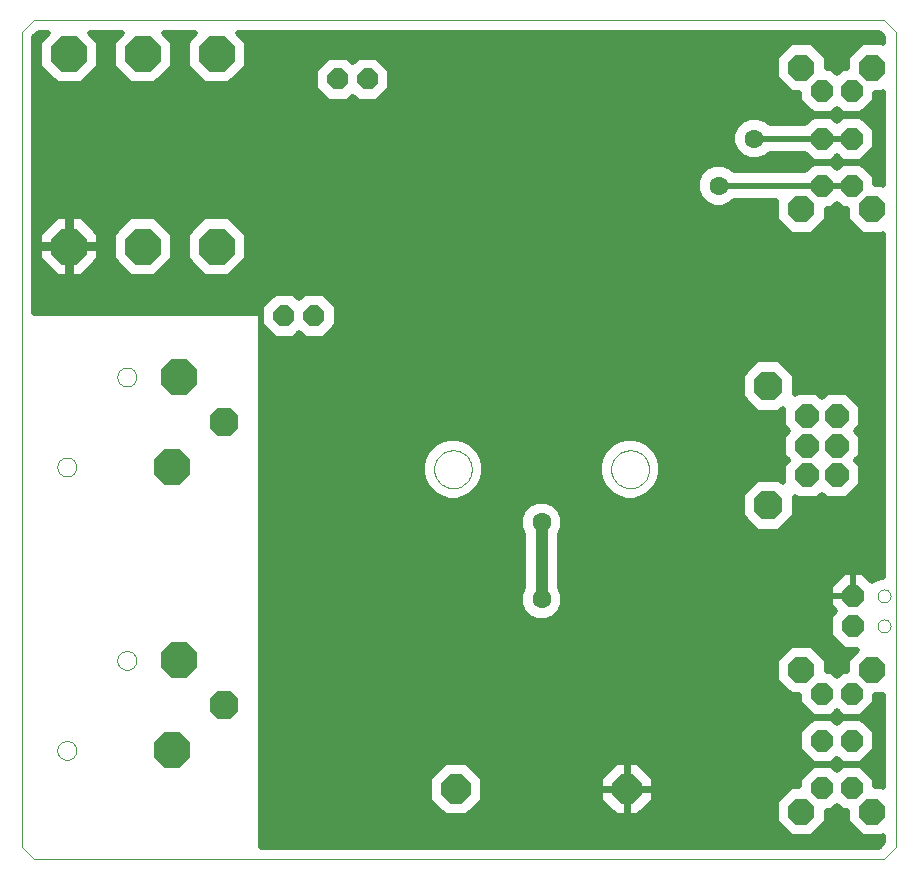
<source format=gtl>
G75*
G70*
%OFA0B0*%
%FSLAX24Y24*%
%IPPOS*%
%LPD*%
%AMOC8*
5,1,8,0,0,1.08239X$1,22.5*
%
%ADD10C,0.0000*%
%ADD11OC8,0.1181*%
%ADD12OC8,0.0945*%
%ADD13OC8,0.0984*%
%ADD14OC8,0.0787*%
%ADD15OC8,0.0709*%
%ADD16OC8,0.0866*%
%ADD17OC8,0.0748*%
%ADD18OC8,0.0700*%
%ADD19C,0.0197*%
%ADD20C,0.0630*%
%ADD21C,0.0315*%
%ADD22C,0.0394*%
D10*
X003683Y003275D02*
X004076Y002881D01*
X032423Y002881D01*
X032817Y003275D01*
X032817Y030441D01*
X032423Y030834D01*
X004076Y030834D01*
X003683Y030441D01*
X003683Y003275D01*
X004868Y006500D02*
X004870Y006535D01*
X004876Y006570D01*
X004886Y006604D01*
X004899Y006637D01*
X004916Y006668D01*
X004937Y006696D01*
X004960Y006723D01*
X004987Y006746D01*
X005015Y006767D01*
X005046Y006784D01*
X005079Y006797D01*
X005113Y006807D01*
X005148Y006813D01*
X005183Y006815D01*
X005218Y006813D01*
X005253Y006807D01*
X005287Y006797D01*
X005320Y006784D01*
X005351Y006767D01*
X005379Y006746D01*
X005406Y006723D01*
X005429Y006696D01*
X005450Y006668D01*
X005467Y006637D01*
X005480Y006604D01*
X005490Y006570D01*
X005496Y006535D01*
X005498Y006500D01*
X005496Y006465D01*
X005490Y006430D01*
X005480Y006396D01*
X005467Y006363D01*
X005450Y006332D01*
X005429Y006304D01*
X005406Y006277D01*
X005379Y006254D01*
X005351Y006233D01*
X005320Y006216D01*
X005287Y006203D01*
X005253Y006193D01*
X005218Y006187D01*
X005183Y006185D01*
X005148Y006187D01*
X005113Y006193D01*
X005079Y006203D01*
X005046Y006216D01*
X005015Y006233D01*
X004987Y006254D01*
X004960Y006277D01*
X004937Y006304D01*
X004916Y006332D01*
X004899Y006363D01*
X004886Y006396D01*
X004876Y006430D01*
X004870Y006465D01*
X004868Y006500D01*
X006868Y009500D02*
X006870Y009535D01*
X006876Y009570D01*
X006886Y009604D01*
X006899Y009637D01*
X006916Y009668D01*
X006937Y009696D01*
X006960Y009723D01*
X006987Y009746D01*
X007015Y009767D01*
X007046Y009784D01*
X007079Y009797D01*
X007113Y009807D01*
X007148Y009813D01*
X007183Y009815D01*
X007218Y009813D01*
X007253Y009807D01*
X007287Y009797D01*
X007320Y009784D01*
X007351Y009767D01*
X007379Y009746D01*
X007406Y009723D01*
X007429Y009696D01*
X007450Y009668D01*
X007467Y009637D01*
X007480Y009604D01*
X007490Y009570D01*
X007496Y009535D01*
X007498Y009500D01*
X007496Y009465D01*
X007490Y009430D01*
X007480Y009396D01*
X007467Y009363D01*
X007450Y009332D01*
X007429Y009304D01*
X007406Y009277D01*
X007379Y009254D01*
X007351Y009233D01*
X007320Y009216D01*
X007287Y009203D01*
X007253Y009193D01*
X007218Y009187D01*
X007183Y009185D01*
X007148Y009187D01*
X007113Y009193D01*
X007079Y009203D01*
X007046Y009216D01*
X007015Y009233D01*
X006987Y009254D01*
X006960Y009277D01*
X006937Y009304D01*
X006916Y009332D01*
X006899Y009363D01*
X006886Y009396D01*
X006876Y009430D01*
X006870Y009465D01*
X006868Y009500D01*
X004868Y015948D02*
X004870Y015983D01*
X004876Y016018D01*
X004886Y016052D01*
X004899Y016085D01*
X004916Y016116D01*
X004937Y016144D01*
X004960Y016171D01*
X004987Y016194D01*
X005015Y016215D01*
X005046Y016232D01*
X005079Y016245D01*
X005113Y016255D01*
X005148Y016261D01*
X005183Y016263D01*
X005218Y016261D01*
X005253Y016255D01*
X005287Y016245D01*
X005320Y016232D01*
X005351Y016215D01*
X005379Y016194D01*
X005406Y016171D01*
X005429Y016144D01*
X005450Y016116D01*
X005467Y016085D01*
X005480Y016052D01*
X005490Y016018D01*
X005496Y015983D01*
X005498Y015948D01*
X005496Y015913D01*
X005490Y015878D01*
X005480Y015844D01*
X005467Y015811D01*
X005450Y015780D01*
X005429Y015752D01*
X005406Y015725D01*
X005379Y015702D01*
X005351Y015681D01*
X005320Y015664D01*
X005287Y015651D01*
X005253Y015641D01*
X005218Y015635D01*
X005183Y015633D01*
X005148Y015635D01*
X005113Y015641D01*
X005079Y015651D01*
X005046Y015664D01*
X005015Y015681D01*
X004987Y015702D01*
X004960Y015725D01*
X004937Y015752D01*
X004916Y015780D01*
X004899Y015811D01*
X004886Y015844D01*
X004876Y015878D01*
X004870Y015913D01*
X004868Y015948D01*
X006868Y018948D02*
X006870Y018983D01*
X006876Y019018D01*
X006886Y019052D01*
X006899Y019085D01*
X006916Y019116D01*
X006937Y019144D01*
X006960Y019171D01*
X006987Y019194D01*
X007015Y019215D01*
X007046Y019232D01*
X007079Y019245D01*
X007113Y019255D01*
X007148Y019261D01*
X007183Y019263D01*
X007218Y019261D01*
X007253Y019255D01*
X007287Y019245D01*
X007320Y019232D01*
X007351Y019215D01*
X007379Y019194D01*
X007406Y019171D01*
X007429Y019144D01*
X007450Y019116D01*
X007467Y019085D01*
X007480Y019052D01*
X007490Y019018D01*
X007496Y018983D01*
X007498Y018948D01*
X007496Y018913D01*
X007490Y018878D01*
X007480Y018844D01*
X007467Y018811D01*
X007450Y018780D01*
X007429Y018752D01*
X007406Y018725D01*
X007379Y018702D01*
X007351Y018681D01*
X007320Y018664D01*
X007287Y018651D01*
X007253Y018641D01*
X007218Y018635D01*
X007183Y018633D01*
X007148Y018635D01*
X007113Y018641D01*
X007079Y018651D01*
X007046Y018664D01*
X007015Y018681D01*
X006987Y018702D01*
X006960Y018725D01*
X006937Y018752D01*
X006916Y018780D01*
X006899Y018811D01*
X006886Y018844D01*
X006876Y018878D01*
X006870Y018913D01*
X006868Y018948D01*
X017423Y015874D02*
X017425Y015924D01*
X017431Y015974D01*
X017441Y016023D01*
X017455Y016071D01*
X017472Y016118D01*
X017493Y016163D01*
X017518Y016207D01*
X017546Y016248D01*
X017578Y016287D01*
X017612Y016324D01*
X017649Y016358D01*
X017689Y016388D01*
X017731Y016415D01*
X017775Y016439D01*
X017821Y016460D01*
X017868Y016476D01*
X017916Y016489D01*
X017966Y016498D01*
X018015Y016503D01*
X018066Y016504D01*
X018116Y016501D01*
X018165Y016494D01*
X018214Y016483D01*
X018262Y016468D01*
X018308Y016450D01*
X018353Y016428D01*
X018396Y016402D01*
X018437Y016373D01*
X018476Y016341D01*
X018512Y016306D01*
X018544Y016268D01*
X018574Y016228D01*
X018601Y016185D01*
X018624Y016141D01*
X018643Y016095D01*
X018659Y016047D01*
X018671Y015998D01*
X018679Y015949D01*
X018683Y015899D01*
X018683Y015849D01*
X018679Y015799D01*
X018671Y015750D01*
X018659Y015701D01*
X018643Y015653D01*
X018624Y015607D01*
X018601Y015563D01*
X018574Y015520D01*
X018544Y015480D01*
X018512Y015442D01*
X018476Y015407D01*
X018437Y015375D01*
X018396Y015346D01*
X018353Y015320D01*
X018308Y015298D01*
X018262Y015280D01*
X018214Y015265D01*
X018165Y015254D01*
X018116Y015247D01*
X018066Y015244D01*
X018015Y015245D01*
X017966Y015250D01*
X017916Y015259D01*
X017868Y015272D01*
X017821Y015288D01*
X017775Y015309D01*
X017731Y015333D01*
X017689Y015360D01*
X017649Y015390D01*
X017612Y015424D01*
X017578Y015461D01*
X017546Y015500D01*
X017518Y015541D01*
X017493Y015585D01*
X017472Y015630D01*
X017455Y015677D01*
X017441Y015725D01*
X017431Y015774D01*
X017425Y015824D01*
X017423Y015874D01*
X023328Y015874D02*
X023330Y015924D01*
X023336Y015974D01*
X023346Y016023D01*
X023360Y016071D01*
X023377Y016118D01*
X023398Y016163D01*
X023423Y016207D01*
X023451Y016248D01*
X023483Y016287D01*
X023517Y016324D01*
X023554Y016358D01*
X023594Y016388D01*
X023636Y016415D01*
X023680Y016439D01*
X023726Y016460D01*
X023773Y016476D01*
X023821Y016489D01*
X023871Y016498D01*
X023920Y016503D01*
X023971Y016504D01*
X024021Y016501D01*
X024070Y016494D01*
X024119Y016483D01*
X024167Y016468D01*
X024213Y016450D01*
X024258Y016428D01*
X024301Y016402D01*
X024342Y016373D01*
X024381Y016341D01*
X024417Y016306D01*
X024449Y016268D01*
X024479Y016228D01*
X024506Y016185D01*
X024529Y016141D01*
X024548Y016095D01*
X024564Y016047D01*
X024576Y015998D01*
X024584Y015949D01*
X024588Y015899D01*
X024588Y015849D01*
X024584Y015799D01*
X024576Y015750D01*
X024564Y015701D01*
X024548Y015653D01*
X024529Y015607D01*
X024506Y015563D01*
X024479Y015520D01*
X024449Y015480D01*
X024417Y015442D01*
X024381Y015407D01*
X024342Y015375D01*
X024301Y015346D01*
X024258Y015320D01*
X024213Y015298D01*
X024167Y015280D01*
X024119Y015265D01*
X024070Y015254D01*
X024021Y015247D01*
X023971Y015244D01*
X023920Y015245D01*
X023871Y015250D01*
X023821Y015259D01*
X023773Y015272D01*
X023726Y015288D01*
X023680Y015309D01*
X023636Y015333D01*
X023594Y015360D01*
X023554Y015390D01*
X023517Y015424D01*
X023483Y015461D01*
X023451Y015500D01*
X023423Y015541D01*
X023398Y015585D01*
X023377Y015630D01*
X023360Y015677D01*
X023346Y015725D01*
X023336Y015774D01*
X023330Y015824D01*
X023328Y015874D01*
X032206Y011649D02*
X032208Y011678D01*
X032214Y011706D01*
X032223Y011734D01*
X032236Y011760D01*
X032253Y011783D01*
X032272Y011805D01*
X032294Y011824D01*
X032319Y011839D01*
X032345Y011852D01*
X032373Y011860D01*
X032401Y011865D01*
X032430Y011866D01*
X032459Y011863D01*
X032487Y011856D01*
X032514Y011846D01*
X032540Y011832D01*
X032563Y011815D01*
X032584Y011795D01*
X032602Y011772D01*
X032617Y011747D01*
X032628Y011720D01*
X032636Y011692D01*
X032640Y011663D01*
X032640Y011635D01*
X032636Y011606D01*
X032628Y011578D01*
X032617Y011551D01*
X032602Y011526D01*
X032584Y011503D01*
X032563Y011483D01*
X032540Y011466D01*
X032514Y011452D01*
X032487Y011442D01*
X032459Y011435D01*
X032430Y011432D01*
X032401Y011433D01*
X032373Y011438D01*
X032345Y011446D01*
X032319Y011459D01*
X032294Y011474D01*
X032272Y011493D01*
X032253Y011515D01*
X032236Y011538D01*
X032223Y011564D01*
X032214Y011592D01*
X032208Y011620D01*
X032206Y011649D01*
X032206Y010649D02*
X032208Y010678D01*
X032214Y010706D01*
X032223Y010734D01*
X032236Y010760D01*
X032253Y010783D01*
X032272Y010805D01*
X032294Y010824D01*
X032319Y010839D01*
X032345Y010852D01*
X032373Y010860D01*
X032401Y010865D01*
X032430Y010866D01*
X032459Y010863D01*
X032487Y010856D01*
X032514Y010846D01*
X032540Y010832D01*
X032563Y010815D01*
X032584Y010795D01*
X032602Y010772D01*
X032617Y010747D01*
X032628Y010720D01*
X032636Y010692D01*
X032640Y010663D01*
X032640Y010635D01*
X032636Y010606D01*
X032628Y010578D01*
X032617Y010551D01*
X032602Y010526D01*
X032584Y010503D01*
X032563Y010483D01*
X032540Y010466D01*
X032514Y010452D01*
X032487Y010442D01*
X032459Y010435D01*
X032430Y010432D01*
X032401Y010433D01*
X032373Y010438D01*
X032345Y010446D01*
X032319Y010459D01*
X032294Y010474D01*
X032272Y010493D01*
X032253Y010515D01*
X032236Y010538D01*
X032223Y010564D01*
X032214Y010592D01*
X032208Y010620D01*
X032206Y010649D01*
D11*
X010179Y023295D03*
X007718Y023295D03*
X005257Y023295D03*
X008933Y018948D03*
X008683Y015948D03*
X008933Y009500D03*
X008683Y006500D03*
X007718Y029712D03*
X010179Y029712D03*
X005257Y029712D03*
D12*
X010433Y017448D03*
X010433Y008000D03*
X028565Y014673D03*
X028565Y018649D03*
D13*
X023860Y005204D03*
X018151Y005204D03*
D14*
X029864Y015677D03*
X029864Y016661D03*
X029864Y017645D03*
X030848Y017645D03*
X030848Y016661D03*
X030848Y015677D03*
D15*
X030356Y008393D03*
X031340Y008393D03*
X031340Y006819D03*
X030356Y006819D03*
X030356Y005244D03*
X031340Y005244D03*
X031340Y025322D03*
X030356Y025322D03*
X030356Y026897D03*
X031340Y026897D03*
X031340Y028472D03*
X030356Y028472D03*
D16*
X029667Y029259D03*
X032029Y029259D03*
X032029Y024535D03*
X029667Y024535D03*
X029667Y009181D03*
X032029Y009181D03*
X032029Y004456D03*
X029667Y004456D03*
D17*
X031399Y010649D03*
X031399Y011649D03*
D18*
X013435Y020992D03*
X012435Y020992D03*
X014206Y028866D03*
X015206Y028866D03*
D19*
X014706Y029445D02*
X014523Y029629D01*
X013890Y029629D01*
X013443Y029182D01*
X013443Y028550D01*
X013890Y028102D01*
X014523Y028102D01*
X014706Y028286D01*
X014890Y028102D01*
X015523Y028102D01*
X015970Y028550D01*
X015970Y029182D01*
X015523Y029629D01*
X014890Y029629D01*
X014706Y029445D01*
X014702Y029449D02*
X014710Y029449D01*
X015702Y029449D02*
X028820Y029449D01*
X028820Y029610D02*
X028820Y028909D01*
X029316Y028413D01*
X029588Y028413D01*
X029588Y028154D01*
X030038Y027704D01*
X030674Y027704D01*
X030848Y027878D01*
X031022Y027704D01*
X031658Y027704D01*
X032108Y028154D01*
X032108Y028413D01*
X032380Y028413D01*
X032403Y028436D01*
X032403Y025358D01*
X032380Y025381D01*
X032108Y025381D01*
X032108Y025640D01*
X031658Y026090D01*
X031022Y026090D01*
X030848Y025916D01*
X030674Y026090D01*
X030038Y026090D01*
X029782Y025834D01*
X027429Y025834D01*
X027324Y025940D01*
X027056Y026051D01*
X026766Y026051D01*
X026498Y025940D01*
X026294Y025735D01*
X026183Y025467D01*
X026183Y025178D01*
X026294Y024910D01*
X026498Y024705D01*
X026766Y024594D01*
X027056Y024594D01*
X027324Y024705D01*
X027429Y024811D01*
X028820Y024811D01*
X028820Y024184D01*
X029316Y023689D01*
X030018Y023689D01*
X030513Y024184D01*
X030513Y024555D01*
X030674Y024555D01*
X030848Y024729D01*
X031022Y024555D01*
X031183Y024555D01*
X031183Y024184D01*
X031679Y023689D01*
X032380Y023689D01*
X032403Y023712D01*
X032403Y012279D01*
X032298Y012279D01*
X032066Y012183D01*
X032022Y012140D01*
X031725Y012437D01*
X031399Y012437D01*
X031073Y012437D01*
X030612Y011975D01*
X030612Y011649D01*
X030612Y011323D01*
X030786Y011149D01*
X030612Y010975D01*
X030612Y010323D01*
X031073Y009862D01*
X031513Y009862D01*
X031183Y009531D01*
X031183Y009161D01*
X031022Y009161D01*
X030848Y008987D01*
X030674Y009161D01*
X030513Y009161D01*
X030513Y009531D01*
X030018Y010027D01*
X029316Y010027D01*
X028820Y009531D01*
X028820Y008830D01*
X029316Y008334D01*
X029588Y008334D01*
X029588Y008075D01*
X030038Y007626D01*
X030674Y007626D01*
X030848Y007800D01*
X031022Y007626D01*
X031658Y007626D01*
X032108Y008075D01*
X032108Y008334D01*
X032380Y008334D01*
X032403Y008358D01*
X032403Y005279D01*
X032380Y005303D01*
X032108Y005303D01*
X032108Y005562D01*
X031658Y006011D01*
X031022Y006011D01*
X030848Y005837D01*
X030674Y006011D01*
X030038Y006011D01*
X029588Y005562D01*
X029588Y005303D01*
X029316Y005303D01*
X028820Y004807D01*
X028820Y004106D01*
X029316Y003610D01*
X030018Y003610D01*
X030513Y004106D01*
X030513Y004476D01*
X030674Y004476D01*
X030848Y004650D01*
X031022Y004476D01*
X031183Y004476D01*
X031183Y004106D01*
X031679Y003610D01*
X032380Y003610D01*
X032403Y003633D01*
X032403Y003446D01*
X032252Y003295D01*
X011655Y003295D01*
X011655Y021033D01*
X011597Y021090D01*
X004096Y021090D01*
X004096Y030269D01*
X004248Y030421D01*
X004546Y030421D01*
X004254Y030128D01*
X004254Y029296D01*
X004842Y028708D01*
X005673Y028708D01*
X006261Y029296D01*
X006261Y030128D01*
X005969Y030421D01*
X007007Y030421D01*
X006714Y030128D01*
X006714Y029296D01*
X007302Y028708D01*
X008134Y028708D01*
X008722Y029296D01*
X008722Y030128D01*
X008429Y030421D01*
X009468Y030421D01*
X009175Y030128D01*
X009175Y029296D01*
X009763Y028708D01*
X010595Y028708D01*
X011183Y029296D01*
X011183Y030128D01*
X010890Y030421D01*
X032252Y030421D01*
X032403Y030269D01*
X032403Y030083D01*
X032380Y030106D01*
X031679Y030106D01*
X031183Y029610D01*
X031183Y029240D01*
X031022Y029240D01*
X030848Y029066D01*
X030674Y029240D01*
X030513Y029240D01*
X030513Y029610D01*
X030018Y030106D01*
X029316Y030106D01*
X028820Y029610D01*
X028855Y029645D02*
X011183Y029645D01*
X011183Y029840D02*
X029050Y029840D01*
X029246Y030035D02*
X011183Y030035D01*
X011080Y030231D02*
X032403Y030231D01*
X031608Y030035D02*
X030088Y030035D01*
X030284Y029840D02*
X031413Y029840D01*
X031217Y029645D02*
X030479Y029645D01*
X030513Y029449D02*
X031183Y029449D01*
X031183Y029254D02*
X030513Y029254D01*
X029588Y028277D02*
X015697Y028277D01*
X015893Y028472D02*
X029257Y028472D01*
X029062Y028668D02*
X015970Y028668D01*
X015970Y028863D02*
X028866Y028863D01*
X028820Y029058D02*
X015970Y029058D01*
X015898Y029254D02*
X028820Y029254D01*
X029661Y028082D02*
X004096Y028082D01*
X004096Y028277D02*
X013715Y028277D01*
X013520Y028472D02*
X004096Y028472D01*
X004096Y028668D02*
X013443Y028668D01*
X013443Y028863D02*
X010749Y028863D01*
X010945Y029058D02*
X013443Y029058D01*
X013515Y029254D02*
X011140Y029254D01*
X011183Y029449D02*
X013710Y029449D01*
X014697Y028277D02*
X014715Y028277D01*
X010719Y024175D02*
X028830Y024175D01*
X028820Y024370D02*
X004096Y024370D01*
X004096Y024175D02*
X004718Y024175D01*
X004842Y024299D02*
X004254Y023711D01*
X004254Y023344D01*
X005208Y023344D01*
X005208Y023246D01*
X004254Y023246D01*
X004254Y022879D01*
X004842Y022291D01*
X005208Y022291D01*
X005208Y023246D01*
X005307Y023246D01*
X005307Y023344D01*
X006261Y023344D01*
X006261Y023711D01*
X005673Y024299D01*
X005307Y024299D01*
X005307Y023344D01*
X005208Y023344D01*
X005208Y024299D01*
X004842Y024299D01*
X005208Y024175D02*
X005307Y024175D01*
X005307Y023979D02*
X005208Y023979D01*
X005208Y023784D02*
X005307Y023784D01*
X005307Y023589D02*
X005208Y023589D01*
X005208Y023393D02*
X005307Y023393D01*
X005307Y023246D02*
X006261Y023246D01*
X006261Y022879D01*
X005673Y022291D01*
X005307Y022291D01*
X005307Y023246D01*
X005307Y023198D02*
X005208Y023198D01*
X005208Y023003D02*
X005307Y023003D01*
X005307Y022807D02*
X005208Y022807D01*
X005208Y022612D02*
X005307Y022612D01*
X005307Y022417D02*
X005208Y022417D01*
X004716Y022417D02*
X004096Y022417D01*
X004096Y022612D02*
X004521Y022612D01*
X004325Y022807D02*
X004096Y022807D01*
X004096Y023003D02*
X004254Y023003D01*
X004254Y023198D02*
X004096Y023198D01*
X004096Y023393D02*
X004254Y023393D01*
X004254Y023589D02*
X004096Y023589D01*
X004096Y023784D02*
X004327Y023784D01*
X004522Y023979D02*
X004096Y023979D01*
X004096Y024565D02*
X028820Y024565D01*
X028820Y024761D02*
X027379Y024761D01*
X026911Y025322D02*
X030356Y025322D01*
X031340Y025322D01*
X030865Y025933D02*
X030831Y025933D01*
X030674Y026130D02*
X030848Y026304D01*
X031022Y026130D01*
X031658Y026130D01*
X032108Y026579D01*
X032108Y027215D01*
X031658Y027665D01*
X031022Y027665D01*
X030848Y027491D01*
X030674Y027665D01*
X030038Y027665D01*
X029782Y027409D01*
X028610Y027409D01*
X028505Y027515D01*
X028237Y027626D01*
X027947Y027626D01*
X027680Y027515D01*
X027475Y027310D01*
X027364Y027042D01*
X027364Y026752D01*
X027475Y026485D01*
X027680Y026280D01*
X027947Y026169D01*
X028237Y026169D01*
X028505Y026280D01*
X028610Y026385D01*
X029782Y026385D01*
X030038Y026130D01*
X030674Y026130D01*
X029881Y025933D02*
X027331Y025933D01*
X027636Y026324D02*
X004096Y026324D01*
X004096Y026519D02*
X027460Y026519D01*
X027380Y026714D02*
X004096Y026714D01*
X004096Y026910D02*
X027364Y026910D01*
X027390Y027105D02*
X004096Y027105D01*
X004096Y027300D02*
X027471Y027300D01*
X027661Y027496D02*
X004096Y027496D01*
X004096Y027691D02*
X032403Y027691D01*
X032403Y027496D02*
X031827Y027496D01*
X032023Y027300D02*
X032403Y027300D01*
X032403Y027105D02*
X032108Y027105D01*
X032108Y026910D02*
X032403Y026910D01*
X032403Y026714D02*
X032108Y026714D01*
X032048Y026519D02*
X032403Y026519D01*
X032403Y026324D02*
X031852Y026324D01*
X031815Y025933D02*
X032403Y025933D01*
X032403Y026128D02*
X004096Y026128D01*
X004096Y025933D02*
X026491Y025933D01*
X026296Y025738D02*
X004096Y025738D01*
X004096Y025542D02*
X026214Y025542D01*
X026183Y025347D02*
X004096Y025347D01*
X004096Y025151D02*
X026193Y025151D01*
X026274Y024956D02*
X004096Y024956D01*
X004096Y024761D02*
X026443Y024761D01*
X028548Y026324D02*
X029844Y026324D01*
X030356Y026897D02*
X031340Y026897D01*
X030853Y027496D02*
X030843Y027496D01*
X030356Y026897D02*
X028092Y026897D01*
X028524Y027496D02*
X029869Y027496D01*
X029856Y027886D02*
X004096Y027886D01*
X004096Y028863D02*
X004687Y028863D01*
X004491Y029058D02*
X004096Y029058D01*
X004096Y029254D02*
X004296Y029254D01*
X004254Y029449D02*
X004096Y029449D01*
X004096Y029645D02*
X004254Y029645D01*
X004254Y029840D02*
X004096Y029840D01*
X004096Y030035D02*
X004254Y030035D01*
X004356Y030231D02*
X004096Y030231D01*
X005828Y028863D02*
X007147Y028863D01*
X006952Y029058D02*
X006024Y029058D01*
X006219Y029254D02*
X006757Y029254D01*
X006714Y029449D02*
X006261Y029449D01*
X006261Y029645D02*
X006714Y029645D01*
X006714Y029840D02*
X006261Y029840D01*
X006261Y030035D02*
X006714Y030035D01*
X006817Y030231D02*
X006159Y030231D01*
X008289Y028863D02*
X009608Y028863D01*
X009413Y029058D02*
X008484Y029058D01*
X008680Y029254D02*
X009217Y029254D01*
X009175Y029449D02*
X008722Y029449D01*
X008722Y029645D02*
X009175Y029645D01*
X009175Y029840D02*
X008722Y029840D01*
X008722Y030035D02*
X009175Y030035D01*
X009277Y030231D02*
X008620Y030231D01*
X008134Y024299D02*
X007302Y024299D01*
X006714Y023711D01*
X006714Y022879D01*
X007302Y022291D01*
X008134Y022291D01*
X008722Y022879D01*
X008722Y023711D01*
X008134Y024299D01*
X008258Y024175D02*
X009639Y024175D01*
X009763Y024299D02*
X009175Y023711D01*
X009175Y022879D01*
X009763Y022291D01*
X010595Y022291D01*
X011183Y022879D01*
X011183Y023711D01*
X010595Y024299D01*
X009763Y024299D01*
X009443Y023979D02*
X008453Y023979D01*
X008649Y023784D02*
X009248Y023784D01*
X009175Y023589D02*
X008722Y023589D01*
X008722Y023393D02*
X009175Y023393D01*
X009175Y023198D02*
X008722Y023198D01*
X008722Y023003D02*
X009175Y023003D01*
X009247Y022807D02*
X008650Y022807D01*
X008455Y022612D02*
X009442Y022612D01*
X009637Y022417D02*
X008260Y022417D01*
X007177Y022417D02*
X005799Y022417D01*
X005994Y022612D02*
X006981Y022612D01*
X006786Y022807D02*
X006190Y022807D01*
X006261Y023003D02*
X006714Y023003D01*
X006714Y023198D02*
X006261Y023198D01*
X006261Y023393D02*
X006714Y023393D01*
X006714Y023589D02*
X006261Y023589D01*
X006188Y023784D02*
X006787Y023784D01*
X006983Y023979D02*
X005993Y023979D01*
X005797Y024175D02*
X007178Y024175D01*
X004096Y022221D02*
X032403Y022221D01*
X032403Y022026D02*
X004096Y022026D01*
X004096Y021831D02*
X032403Y021831D01*
X032403Y021635D02*
X013871Y021635D01*
X013751Y021755D02*
X013118Y021755D01*
X012935Y021571D01*
X012751Y021755D01*
X012118Y021755D01*
X011671Y021308D01*
X011671Y020676D01*
X012118Y020228D01*
X012751Y020228D01*
X012935Y020412D01*
X013118Y020228D01*
X013751Y020228D01*
X014198Y020676D01*
X014198Y021308D01*
X013751Y021755D01*
X014066Y021440D02*
X032403Y021440D01*
X032403Y021244D02*
X014198Y021244D01*
X014198Y021049D02*
X032403Y021049D01*
X032403Y020854D02*
X014198Y020854D01*
X014181Y020658D02*
X032403Y020658D01*
X032403Y020463D02*
X013986Y020463D01*
X013790Y020268D02*
X032403Y020268D01*
X032403Y020072D02*
X011655Y020072D01*
X011655Y019877D02*
X032403Y019877D01*
X032403Y019682D02*
X011655Y019682D01*
X011655Y019486D02*
X028149Y019486D01*
X028198Y019535D02*
X027679Y019016D01*
X027679Y018282D01*
X028198Y017763D01*
X028931Y017763D01*
X029057Y017889D01*
X029057Y017311D01*
X029215Y017153D01*
X029057Y016995D01*
X029057Y016327D01*
X029215Y016169D01*
X029057Y016011D01*
X029057Y015433D01*
X028931Y015559D01*
X028198Y015559D01*
X027679Y015040D01*
X027679Y014306D01*
X028198Y013787D01*
X028931Y013787D01*
X029450Y014306D01*
X029450Y014949D01*
X029529Y014870D01*
X030198Y014870D01*
X030356Y015028D01*
X030514Y014870D01*
X031182Y014870D01*
X031655Y015342D01*
X031655Y016011D01*
X031497Y016169D01*
X031655Y016327D01*
X031655Y016995D01*
X031497Y017153D01*
X031655Y017311D01*
X031655Y017980D01*
X031182Y018452D01*
X030514Y018452D01*
X030356Y018295D01*
X030198Y018452D01*
X029529Y018452D01*
X029450Y018373D01*
X029450Y019016D01*
X028931Y019535D01*
X028198Y019535D01*
X027954Y019291D02*
X011655Y019291D01*
X011655Y019096D02*
X027758Y019096D01*
X027679Y018900D02*
X011655Y018900D01*
X011655Y018705D02*
X027679Y018705D01*
X027679Y018510D02*
X011655Y018510D01*
X011655Y018314D02*
X027679Y018314D01*
X027842Y018119D02*
X011655Y018119D01*
X011655Y017923D02*
X028038Y017923D01*
X029057Y017728D02*
X011655Y017728D01*
X011655Y017533D02*
X029057Y017533D01*
X029057Y017337D02*
X011655Y017337D01*
X011655Y017142D02*
X029203Y017142D01*
X029057Y016947D02*
X011655Y016947D01*
X011655Y016751D02*
X017486Y016751D01*
X017412Y016708D02*
X017218Y016514D01*
X017081Y016276D01*
X017009Y016011D01*
X017009Y015736D01*
X017081Y015471D01*
X017218Y015233D01*
X017412Y015039D01*
X017650Y014901D01*
X017915Y014830D01*
X018190Y014830D01*
X018455Y014901D01*
X018693Y015039D01*
X018888Y015233D01*
X019025Y015471D01*
X019096Y015736D01*
X019096Y016011D01*
X019025Y016276D01*
X018888Y016514D01*
X018693Y016708D01*
X018455Y016846D01*
X018190Y016917D01*
X017915Y016917D01*
X017650Y016846D01*
X017412Y016708D01*
X017260Y016556D02*
X011655Y016556D01*
X011655Y016361D02*
X017129Y016361D01*
X017051Y016165D02*
X011655Y016165D01*
X011655Y015970D02*
X017009Y015970D01*
X017009Y015775D02*
X011655Y015775D01*
X011655Y015579D02*
X017052Y015579D01*
X017131Y015384D02*
X011655Y015384D01*
X011655Y015189D02*
X017262Y015189D01*
X017491Y014993D02*
X011655Y014993D01*
X011655Y014798D02*
X020782Y014798D01*
X020861Y014830D02*
X020593Y014719D01*
X020388Y014515D01*
X020277Y014247D01*
X020277Y013957D01*
X020388Y013689D01*
X020395Y013682D01*
X020395Y011963D01*
X020388Y011955D01*
X020277Y011688D01*
X020277Y011398D01*
X020388Y011130D01*
X020593Y010925D01*
X020861Y010815D01*
X021150Y010815D01*
X021418Y010925D01*
X021623Y011130D01*
X021734Y011398D01*
X021734Y011688D01*
X021623Y011955D01*
X021616Y011963D01*
X021616Y013682D01*
X021623Y013689D01*
X021734Y013957D01*
X021734Y014247D01*
X021623Y014515D01*
X021418Y014719D01*
X021150Y014830D01*
X020861Y014830D01*
X021229Y014798D02*
X027679Y014798D01*
X027679Y014993D02*
X024520Y014993D01*
X024599Y015039D02*
X024793Y015233D01*
X024930Y015471D01*
X025002Y015736D01*
X025002Y016011D01*
X024930Y016276D01*
X024793Y016514D01*
X024599Y016708D01*
X024361Y016846D01*
X024096Y016917D01*
X023821Y016917D01*
X023556Y016846D01*
X023318Y016708D01*
X023123Y016514D01*
X022986Y016276D01*
X022915Y016011D01*
X022915Y015736D01*
X022986Y015471D01*
X023123Y015233D01*
X023318Y015039D01*
X023556Y014901D01*
X023821Y014830D01*
X024096Y014830D01*
X024361Y014901D01*
X024599Y015039D01*
X024749Y015189D02*
X027828Y015189D01*
X028023Y015384D02*
X024880Y015384D01*
X024960Y015579D02*
X029057Y015579D01*
X029057Y015775D02*
X025002Y015775D01*
X025002Y015970D02*
X029057Y015970D01*
X029211Y016165D02*
X024960Y016165D01*
X024882Y016361D02*
X029057Y016361D01*
X029057Y016556D02*
X024751Y016556D01*
X024525Y016751D02*
X029057Y016751D01*
X030336Y018314D02*
X030376Y018314D01*
X029450Y018510D02*
X032403Y018510D01*
X032403Y018705D02*
X029450Y018705D01*
X029450Y018900D02*
X032403Y018900D01*
X032403Y019096D02*
X029371Y019096D01*
X029176Y019291D02*
X032403Y019291D01*
X032403Y019486D02*
X028980Y019486D01*
X031321Y018314D02*
X032403Y018314D01*
X032403Y018119D02*
X031516Y018119D01*
X031655Y017923D02*
X032403Y017923D01*
X032403Y017728D02*
X031655Y017728D01*
X031655Y017533D02*
X032403Y017533D01*
X032403Y017337D02*
X031655Y017337D01*
X031508Y017142D02*
X032403Y017142D01*
X032403Y016947D02*
X031655Y016947D01*
X031655Y016751D02*
X032403Y016751D01*
X032403Y016556D02*
X031655Y016556D01*
X031655Y016361D02*
X032403Y016361D01*
X032403Y016165D02*
X031501Y016165D01*
X031655Y015970D02*
X032403Y015970D01*
X032403Y015775D02*
X031655Y015775D01*
X031655Y015579D02*
X032403Y015579D01*
X032403Y015384D02*
X031655Y015384D01*
X031501Y015189D02*
X032403Y015189D01*
X032403Y014993D02*
X031306Y014993D01*
X030390Y014993D02*
X030322Y014993D01*
X029450Y014798D02*
X032403Y014798D01*
X032403Y014603D02*
X029450Y014603D01*
X029450Y014407D02*
X032403Y014407D01*
X032403Y014212D02*
X029356Y014212D01*
X029161Y014016D02*
X032403Y014016D01*
X032403Y013821D02*
X028966Y013821D01*
X028164Y013821D02*
X021678Y013821D01*
X021734Y014016D02*
X027968Y014016D01*
X027773Y014212D02*
X021734Y014212D01*
X021667Y014407D02*
X027679Y014407D01*
X027679Y014603D02*
X021535Y014603D01*
X021616Y013626D02*
X032403Y013626D01*
X032403Y013430D02*
X021616Y013430D01*
X021616Y013235D02*
X032403Y013235D01*
X032403Y013040D02*
X021616Y013040D01*
X021616Y012844D02*
X032403Y012844D01*
X032403Y012649D02*
X021616Y012649D01*
X021616Y012454D02*
X032403Y012454D01*
X032247Y012258D02*
X031904Y012258D01*
X031399Y012258D02*
X031399Y012258D01*
X031399Y012437D02*
X031399Y011649D01*
X030612Y011649D01*
X031399Y011649D01*
X031399Y011649D01*
X031399Y011649D01*
X031399Y012437D01*
X031399Y012063D02*
X031399Y012063D01*
X031399Y011868D02*
X031399Y011868D01*
X031399Y011672D02*
X031399Y011672D01*
X030895Y012258D02*
X021616Y012258D01*
X021616Y012063D02*
X030699Y012063D01*
X030612Y011868D02*
X021659Y011868D01*
X021734Y011672D02*
X030612Y011672D01*
X030612Y011477D02*
X021734Y011477D01*
X021686Y011282D02*
X030653Y011282D01*
X030723Y011086D02*
X021579Y011086D01*
X021335Y010891D02*
X030612Y010891D01*
X030612Y010696D02*
X011655Y010696D01*
X011655Y010891D02*
X020676Y010891D01*
X020432Y011086D02*
X011655Y011086D01*
X011655Y011282D02*
X020325Y011282D01*
X020277Y011477D02*
X011655Y011477D01*
X011655Y011672D02*
X020277Y011672D01*
X020352Y011868D02*
X011655Y011868D01*
X011655Y012063D02*
X020395Y012063D01*
X020395Y012258D02*
X011655Y012258D01*
X011655Y012454D02*
X020395Y012454D01*
X020395Y012649D02*
X011655Y012649D01*
X011655Y012844D02*
X020395Y012844D01*
X020395Y013040D02*
X011655Y013040D01*
X011655Y013235D02*
X020395Y013235D01*
X020395Y013430D02*
X011655Y013430D01*
X011655Y013626D02*
X020395Y013626D01*
X020333Y013821D02*
X011655Y013821D01*
X011655Y014016D02*
X020277Y014016D01*
X020277Y014212D02*
X011655Y014212D01*
X011655Y014407D02*
X020344Y014407D01*
X020476Y014603D02*
X011655Y014603D01*
X011655Y010500D02*
X030612Y010500D01*
X030630Y010305D02*
X011655Y010305D01*
X011655Y010109D02*
X030825Y010109D01*
X031021Y009914D02*
X030131Y009914D01*
X030326Y009719D02*
X031370Y009719D01*
X031183Y009523D02*
X030513Y009523D01*
X030513Y009328D02*
X031183Y009328D01*
X030994Y009133D02*
X030702Y009133D01*
X029588Y008156D02*
X011655Y008156D01*
X011655Y008351D02*
X029299Y008351D01*
X029104Y008547D02*
X011655Y008547D01*
X011655Y008742D02*
X028909Y008742D01*
X028820Y008937D02*
X011655Y008937D01*
X011655Y009133D02*
X028820Y009133D01*
X028820Y009328D02*
X011655Y009328D01*
X011655Y009523D02*
X028820Y009523D01*
X029008Y009719D02*
X011655Y009719D01*
X011655Y009914D02*
X029203Y009914D01*
X029703Y007961D02*
X011655Y007961D01*
X011655Y007765D02*
X029898Y007765D01*
X030038Y007586D02*
X029588Y007137D01*
X029588Y006501D01*
X030038Y006051D01*
X030674Y006051D01*
X030848Y006225D01*
X031022Y006051D01*
X031658Y006051D01*
X032108Y006501D01*
X032108Y007137D01*
X031658Y007586D01*
X031022Y007586D01*
X030848Y007412D01*
X030674Y007586D01*
X030038Y007586D01*
X030022Y007570D02*
X011655Y007570D01*
X011655Y007375D02*
X029826Y007375D01*
X029631Y007179D02*
X011655Y007179D01*
X011655Y006984D02*
X029588Y006984D01*
X029588Y006789D02*
X011655Y006789D01*
X011655Y006593D02*
X029588Y006593D01*
X029691Y006398D02*
X011655Y006398D01*
X011655Y006202D02*
X029886Y006202D01*
X030034Y006007D02*
X024338Y006007D01*
X024235Y006110D02*
X023880Y006110D01*
X023880Y005224D01*
X024765Y005224D01*
X024765Y005579D01*
X024235Y006110D01*
X023880Y006007D02*
X023840Y006007D01*
X023840Y006110D02*
X023485Y006110D01*
X022954Y005579D01*
X022954Y005224D01*
X023840Y005224D01*
X023840Y005185D01*
X022954Y005185D01*
X022954Y004829D01*
X023485Y004299D01*
X023840Y004299D01*
X023840Y005185D01*
X023880Y005185D01*
X023880Y005224D01*
X023840Y005224D01*
X023840Y006110D01*
X023840Y005812D02*
X023880Y005812D01*
X023880Y005616D02*
X023840Y005616D01*
X023840Y005421D02*
X023880Y005421D01*
X023880Y005226D02*
X023840Y005226D01*
X023880Y005185D02*
X023880Y004299D01*
X024235Y004299D01*
X024765Y004829D01*
X024765Y005185D01*
X023880Y005185D01*
X023880Y005030D02*
X023840Y005030D01*
X023840Y004835D02*
X023880Y004835D01*
X023880Y004640D02*
X023840Y004640D01*
X023840Y004444D02*
X023880Y004444D01*
X024380Y004444D02*
X028820Y004444D01*
X028820Y004249D02*
X011655Y004249D01*
X011655Y004444D02*
X017631Y004444D01*
X017776Y004299D02*
X017246Y004829D01*
X017246Y005579D01*
X017776Y006110D01*
X018526Y006110D01*
X019057Y005579D01*
X019057Y004829D01*
X018526Y004299D01*
X017776Y004299D01*
X017435Y004640D02*
X011655Y004640D01*
X011655Y004835D02*
X017246Y004835D01*
X017246Y005030D02*
X011655Y005030D01*
X011655Y005226D02*
X017246Y005226D01*
X017246Y005421D02*
X011655Y005421D01*
X011655Y005616D02*
X017283Y005616D01*
X017478Y005812D02*
X011655Y005812D01*
X011655Y006007D02*
X017673Y006007D01*
X018629Y006007D02*
X023382Y006007D01*
X023187Y005812D02*
X018824Y005812D01*
X019020Y005616D02*
X022991Y005616D01*
X022954Y005421D02*
X019057Y005421D01*
X019057Y005226D02*
X022954Y005226D01*
X022954Y005030D02*
X019057Y005030D01*
X019057Y004835D02*
X022954Y004835D01*
X023144Y004640D02*
X018867Y004640D01*
X018672Y004444D02*
X023339Y004444D01*
X024576Y004640D02*
X028820Y004640D01*
X028849Y004835D02*
X024765Y004835D01*
X024765Y005030D02*
X029044Y005030D01*
X029239Y005226D02*
X024765Y005226D01*
X024765Y005421D02*
X029588Y005421D01*
X029643Y005616D02*
X024728Y005616D01*
X024533Y005812D02*
X029838Y005812D01*
X030678Y006007D02*
X031018Y006007D01*
X030870Y006202D02*
X030826Y006202D01*
X031662Y006007D02*
X032403Y006007D01*
X032403Y005812D02*
X031858Y005812D01*
X032053Y005616D02*
X032403Y005616D01*
X032403Y005421D02*
X032108Y005421D01*
X031183Y004444D02*
X030513Y004444D01*
X030513Y004249D02*
X031183Y004249D01*
X031235Y004054D02*
X030461Y004054D01*
X030266Y003858D02*
X031430Y003858D01*
X031625Y003663D02*
X030071Y003663D01*
X029263Y003663D02*
X011655Y003663D01*
X011655Y003858D02*
X029068Y003858D01*
X028873Y004054D02*
X011655Y004054D01*
X011655Y003468D02*
X032403Y003468D01*
X030858Y004640D02*
X030838Y004640D01*
X031810Y006202D02*
X032403Y006202D01*
X032403Y006398D02*
X032005Y006398D01*
X032108Y006593D02*
X032403Y006593D01*
X032403Y006789D02*
X032108Y006789D01*
X032108Y006984D02*
X032403Y006984D01*
X032403Y007179D02*
X032065Y007179D01*
X031870Y007375D02*
X032403Y007375D01*
X032403Y007570D02*
X031674Y007570D01*
X031798Y007765D02*
X032403Y007765D01*
X032403Y007961D02*
X031993Y007961D01*
X032108Y008156D02*
X032403Y008156D01*
X032397Y008351D02*
X032403Y008351D01*
X031006Y007570D02*
X030690Y007570D01*
X030814Y007765D02*
X030882Y007765D01*
X023397Y014993D02*
X018614Y014993D01*
X018843Y015189D02*
X023168Y015189D01*
X023036Y015384D02*
X018975Y015384D01*
X019054Y015579D02*
X022957Y015579D01*
X022915Y015775D02*
X019096Y015775D01*
X019096Y015970D02*
X022915Y015970D01*
X022956Y016165D02*
X019055Y016165D01*
X018976Y016361D02*
X023035Y016361D01*
X023165Y016556D02*
X018846Y016556D01*
X018619Y016751D02*
X023392Y016751D01*
X029221Y023784D02*
X011109Y023784D01*
X011183Y023589D02*
X032403Y023589D01*
X032403Y023393D02*
X011183Y023393D01*
X011183Y023198D02*
X032403Y023198D01*
X032403Y023003D02*
X011183Y023003D01*
X011111Y022807D02*
X032403Y022807D01*
X032403Y022612D02*
X010916Y022612D01*
X010720Y022417D02*
X032403Y022417D01*
X031583Y023784D02*
X030113Y023784D01*
X030308Y023979D02*
X031388Y023979D01*
X031192Y024175D02*
X030504Y024175D01*
X030513Y024370D02*
X031183Y024370D01*
X031011Y024565D02*
X030685Y024565D01*
X032108Y025542D02*
X032403Y025542D01*
X032403Y025738D02*
X032011Y025738D01*
X031840Y027886D02*
X032403Y027886D01*
X032403Y028082D02*
X032036Y028082D01*
X032108Y028277D02*
X032403Y028277D01*
X029026Y023979D02*
X010914Y023979D01*
X011998Y021635D02*
X004096Y021635D01*
X004096Y021440D02*
X011803Y021440D01*
X011671Y021244D02*
X004096Y021244D01*
X011639Y021049D02*
X011671Y021049D01*
X011655Y020854D02*
X011671Y020854D01*
X011655Y020658D02*
X011688Y020658D01*
X011655Y020463D02*
X011884Y020463D01*
X012079Y020268D02*
X011655Y020268D01*
X012790Y020268D02*
X013079Y020268D01*
X012998Y021635D02*
X012871Y021635D01*
D20*
X016084Y025913D03*
X019155Y025795D03*
X019628Y020401D03*
X019628Y019417D03*
X021006Y014102D03*
X021006Y011543D03*
X016084Y011149D03*
X014706Y011149D03*
X029864Y012724D03*
X030848Y012724D03*
X026911Y025322D03*
X028092Y026897D03*
D21*
X020179Y009771D03*
X020179Y009378D03*
X019824Y008000D03*
X018840Y008000D03*
D22*
X021006Y011543D02*
X021006Y014102D01*
M02*

</source>
